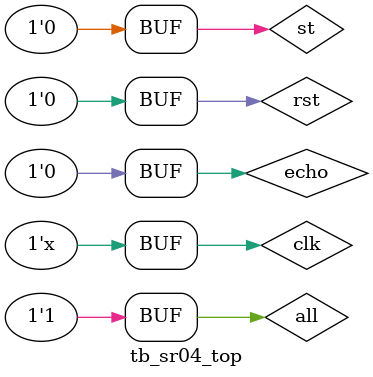
<source format=v>
`timescale 1ns / 1ps


module tb_sr04_top(

    );

reg clk, rst, st, echo, all;
wire[7:0] dist;
wire ot;

SR04_TOP dut(
    .clk(clk),
    .rst(rst),
    .btn_r(st),
    .echo(echo),
    .fnd_data(dist),
    .fnd_digit(),
    .out_trigger(ot)

    );

always #5 clk = ~clk;

initial begin
    #0;
    rst = 1;
    clk = 0;
    st = 0;
    echo = 0;
    all = 0;
    #5;
    rst = 0;
    all = 1;
    #5;
    st = 1;
    #(100_000);
    st = 0;
    #(100_000);
    echo = 1;
    #(7_900_000);
    echo = 0;
    #(1_000_000);
    st = 1;
    #(100_000);
    st = 0;
    #(100_000);
    echo = 1;
    #(1_740_000);
    echo = 0;
end

endmodule

</source>
